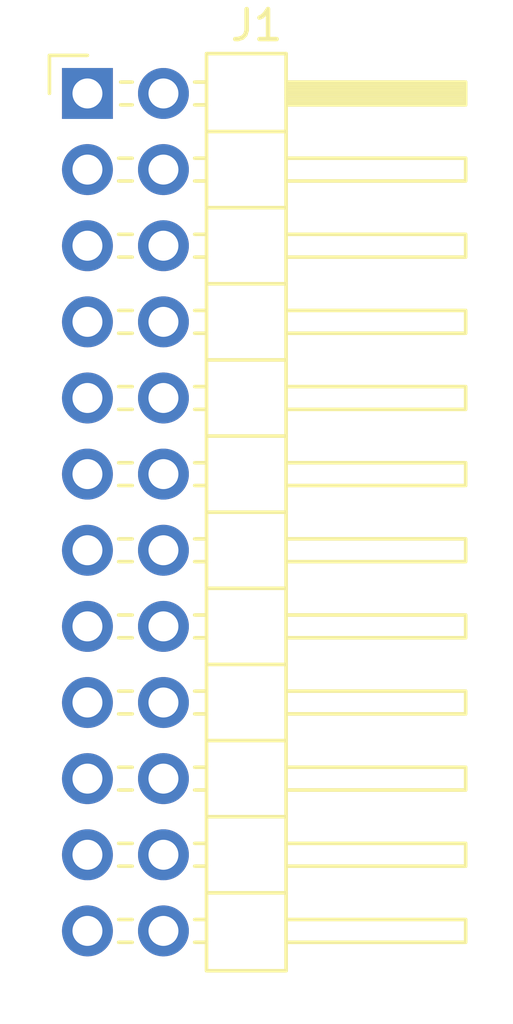
<source format=kicad_pcb>
(kicad_pcb (version 20240108) (generator "pcbnew") (generator_version "8.0")
  (layers (0 "F.Cu" signal) (31 "B.Cu" signal) (34 "B.Paste" user) (35 "F.Paste" user) (36 "B.SilkS" user "B.Silkscreen") (37 "F.SilkS" user "F.Silkscreen") (38 "B.Mask" user) (39 "F.Mask" user) (44 "Edge.Cuts" user))
  (net 0 "")
  (net 1 "/SDA{slash}A4")
  (net 2 "/A0")
  (net 3 "/IN4-")
  (net 4 "/IN1-")
  (net 5 "/IN3+")
  (net 6 "/IN1+")
  (net 7 "/IN3-")
  (net 8 "/SCL{slash}A5")
  (net 9 "/IN6-")
  (net 10 "/IN6+")
  (net 11 "/IN2+")
  (net 12 "GND")
  (net 13 "+5V")
  (net 14 "/IN5+")
  (net 15 "/IN0+")
  (net 16 "/IN5-")
  (net 17 "/IN2-")
  (net 18 "/IN7+")
  (net 19 "/IN0-")
  (net 20 "/IN7-")
  (net 21 "/IN4+")
  (footprint "Connector_PinHeader_2.54mm:PinHeader_2x12_P2.54mm_Horizontal" (layer "F.Cu") (at 92.2 100.71)
    (property "Reference" "J1" (at 5.655 -2.27 0) (layer "F.SilkS"))
    (property "Value" "Conn_02x12_Odd_Even")
    (fp_line (start -1.27 -1.27) (end 0 -1.27) (stroke (width 0.12)) (layer "F.SilkS"))
    (fp_line (start -1.27 0) (end -1.27 -1.27) (stroke (width 0.12)) (layer "F.SilkS"))
    (fp_line (start 1.042929 2.16) (end 1.497071 2.16) (stroke (width 0.12)) (layer "F.SilkS"))
    (fp_line (start 1.042929 2.92) (end 1.497071 2.92) (stroke (width 0.12)) (layer "F.SilkS"))
    (fp_line (start 1.042929 4.7) (end 1.497071 4.7) (stroke (width 0.12)) (layer "F.SilkS"))
    (fp_line (start 1.042929 5.46) (end 1.497071 5.46) (stroke (width 0.12)) (layer "F.SilkS"))
    (fp_line (start 1.042929 7.24) (end 1.497071 7.24) (stroke (width 0.12)) (layer "F.SilkS"))
    (fp_line (start 1.042929 8) (end 1.497071 8) (stroke (width 0.12)) (layer "F.SilkS"))
    (fp_line (start 1.042929 9.78) (end 1.497071 9.78) (stroke (width 0.12)) (layer "F.SilkS"))
    (fp_line (start 1.042929 10.54) (end 1.497071 10.54) (stroke (width 0.12)) (layer "F.SilkS"))
    (fp_line (start 1.042929 12.32) (end 1.497071 12.32) (stroke (width 0.12)) (layer "F.SilkS"))
    (fp_line (start 1.042929 13.08) (end 1.497071 13.08) (stroke (width 0.12)) (layer "F.SilkS"))
    (fp_line (start 1.042929 14.86) (end 1.497071 14.86) (stroke (width 0.12)) (layer "F.SilkS"))
    (fp_line (start 1.042929 15.62) (end 1.497071 15.62) (stroke (width 0.12)) (layer "F.SilkS"))
    (fp_line (start 1.042929 17.4) (end 1.497071 17.4) (stroke (width 0.12)) (layer "F.SilkS"))
    (fp_line (start 1.042929 18.16) (end 1.497071 18.16) (stroke (width 0.12)) (layer "F.SilkS"))
    (fp_line (start 1.042929 19.94) (end 1.497071 19.94) (stroke (width 0.12)) (layer "F.SilkS"))
    (fp_line (start 1.042929 20.7) (end 1.497071 20.7) (stroke (width 0.12)) (layer "F.SilkS"))
    (fp_line (start 1.042929 22.48) (end 1.497071 22.48) (stroke (width 0.12)) (layer "F.SilkS"))
    (fp_line (start 1.042929 23.24) (end 1.497071 23.24) (stroke (width 0.12)) (layer "F.SilkS"))
    (fp_line (start 1.042929 25.02) (end 1.497071 25.02) (stroke (width 0.12)) (layer "F.SilkS"))
    (fp_line (start 1.042929 25.78) (end 1.497071 25.78) (stroke (width 0.12)) (layer "F.SilkS"))
    (fp_line (start 1.042929 27.56) (end 1.497071 27.56) (stroke (width 0.12)) (layer "F.SilkS"))
    (fp_line (start 1.042929 28.32) (end 1.497071 28.32) (stroke (width 0.12)) (layer "F.SilkS"))
    (fp_line (start 1.11 -0.38) (end 1.497071 -0.38) (stroke (width 0.12)) (layer "F.SilkS"))
    (fp_line (start 1.11 0.38) (end 1.497071 0.38) (stroke (width 0.12)) (layer "F.SilkS"))
    (fp_line (start 3.582929 -0.38) (end 3.98 -0.38) (stroke (width 0.12)) (layer "F.SilkS"))
    (fp_line (start 3.582929 0.38) (end 3.98 0.38) (stroke (width 0.12)) (layer "F.SilkS"))
    (fp_line (start 3.582929 2.16) (end 3.98 2.16) (stroke (width 0.12)) (layer "F.SilkS"))
    (fp_line (start 3.582929 2.92) (end 3.98 2.92) (stroke (width 0.12)) (layer "F.SilkS"))
    (fp_line (start 3.582929 4.7) (end 3.98 4.7) (stroke (width 0.12)) (layer "F.SilkS"))
    (fp_line (start 3.582929 5.46) (end 3.98 5.46) (stroke (width 0.12)) (layer "F.SilkS"))
    (fp_line (start 3.582929 7.24) (end 3.98 7.24) (stroke (width 0.12)) (layer "F.SilkS"))
    (fp_line (start 3.582929 8) (end 3.98 8) (stroke (width 0.12)) (layer "F.SilkS"))
    (fp_line (start 3.582929 9.78) (end 3.98 9.78) (stroke (width 0.12)) (layer "F.SilkS"))
    (fp_line (start 3.582929 10.54) (end 3.98 10.54) (stroke (width 0.12)) (layer "F.SilkS"))
    (fp_line (start 3.582929 12.32) (end 3.98 12.32) (stroke (width 0.12)) (layer "F.SilkS"))
    (fp_line (start 3.582929 13.08) (end 3.98 13.08) (stroke (width 0.12)) (layer "F.SilkS"))
    (fp_line (start 3.582929 14.86) (end 3.98 14.86) (stroke (width 0.12)) (layer "F.SilkS"))
    (fp_line (start 3.582929 15.62) (end 3.98 15.62) (stroke (width 0.12)) (layer "F.SilkS"))
    (fp_line (start 3.582929 17.4) (end 3.98 17.4) (stroke (width 0.12)) (layer "F.SilkS"))
    (fp_line (start 3.582929 18.16) (end 3.98 18.16) (stroke (width 0.12)) (layer "F.SilkS"))
    (fp_line (start 3.582929 19.94) (end 3.98 19.94) (stroke (width 0.12)) (layer "F.SilkS"))
    (fp_line (start 3.582929 20.7) (end 3.98 20.7) (stroke (width 0.12)) (layer "F.SilkS"))
    (fp_line (start 3.582929 22.48) (end 3.98 22.48) (stroke (width 0.12)) (layer "F.SilkS"))
    (fp_line (start 3.582929 23.24) (end 3.98 23.24) (stroke (width 0.12)) (layer "F.SilkS"))
    (fp_line (start 3.582929 25.02) (end 3.98 25.02) (stroke (width 0.12)) (layer "F.SilkS"))
    (fp_line (start 3.582929 25.78) (end 3.98 25.78) (stroke (width 0.12)) (layer "F.SilkS"))
    (fp_line (start 3.582929 27.56) (end 3.98 27.56) (stroke (width 0.12)) (layer "F.SilkS"))
    (fp_line (start 3.582929 28.32) (end 3.98 28.32) (stroke (width 0.12)) (layer "F.SilkS"))
    (fp_line (start 3.98 -1.33) (end 3.98 29.27) (stroke (width 0.12)) (layer "F.SilkS"))
    (fp_line (start 3.98 1.27) (end 6.64 1.27) (stroke (width 0.12)) (layer "F.SilkS"))
    (fp_line (start 3.98 3.81) (end 6.64 3.81) (stroke (width 0.12)) (layer "F.SilkS"))
    (fp_line (start 3.98 6.35) (end 6.64 6.35) (stroke (width 0.12)) (layer "F.SilkS"))
    (fp_line (start 3.98 8.89) (end 6.64 8.89) (stroke (width 0.12)) (layer "F.SilkS"))
    (fp_line (start 3.98 11.43) (end 6.64 11.43) (stroke (width 0.12)) (layer "F.SilkS"))
    (fp_line (start 3.98 13.97) (end 6.64 13.97) (stroke (width 0.12)) (layer "F.SilkS"))
    (fp_line (start 3.98 16.51) (end 6.64 16.51) (stroke (width 0.12)) (layer "F.SilkS"))
    (fp_line (start 3.98 19.05) (end 6.64 19.05) (stroke (width 0.12)) (layer "F.SilkS"))
    (fp_line (start 3.98 21.59) (end 6.64 21.59) (stroke (width 0.12)) (layer "F.SilkS"))
    (fp_line (start 3.98 24.13) (end 6.64 24.13) (stroke (width 0.12)) (layer "F.SilkS"))
    (fp_line (start 3.98 26.67) (end 6.64 26.67) (stroke (width 0.12)) (layer "F.SilkS"))
    (fp_line (start 3.98 29.27) (end 6.64 29.27) (stroke (width 0.12)) (layer "F.SilkS"))
    (fp_line (start 6.64 -1.33) (end 3.98 -1.33) (stroke (width 0.12)) (layer "F.SilkS"))
    (fp_line (start 6.64 -0.38) (end 12.64 -0.38) (stroke (width 0.12)) (layer "F.SilkS"))
    (fp_line (start 6.64 -0.32) (end 12.64 -0.32) (stroke (width 0.12)) (layer "F.SilkS"))
    (fp_line (start 6.64 -0.2) (end 12.64 -0.2) (stroke (width 0.12)) (layer "F.SilkS"))
    (fp_line (start 6.64 -0.08) (end 12.64 -0.08) (stroke (width 0.12)) (layer "F.SilkS"))
    (fp_line (start 6.64 0.04) (end 12.64 0.04) (stroke (width 0.12)) (layer "F.SilkS"))
    (fp_line (start 6.64 0.16) (end 12.64 0.16) (stroke (width 0.12)) (layer "F.SilkS"))
    (fp_line (start 6.64 0.28) (end 12.64 0.28) (stroke (width 0.12)) (layer "F.SilkS"))
    (fp_line (start 6.64 2.16) (end 12.64 2.16) (stroke (width 0.12)) (layer "F.SilkS"))
    (fp_line (start 6.64 4.7) (end 12.64 4.7) (stroke (width 0.12)) (layer "F.SilkS"))
    (fp_line (start 6.64 7.24) (end 12.64 7.24) (stroke (width 0.12)) (layer "F.SilkS"))
    (fp_line (start 6.64 9.78) (end 12.64 9.78) (stroke (width 0.12)) (layer "F.SilkS"))
    (fp_line (start 6.64 12.32) (end 12.64 12.32) (stroke (width 0.12)) (layer "F.SilkS"))
    (fp_line (start 6.64 14.86) (end 12.64 14.86) (stroke (width 0.12)) (layer "F.SilkS"))
    (fp_line (start 6.64 17.4) (end 12.64 17.4) (stroke (width 0.12)) (layer "F.SilkS"))
    (fp_line (start 6.64 19.94) (end 12.64 19.94) (stroke (width 0.12)) (layer "F.SilkS"))
    (fp_line (start 6.64 22.48) (end 12.64 22.48) (stroke (width 0.12)) (layer "F.SilkS"))
    (fp_line (start 6.64 25.02) (end 12.64 25.02) (stroke (width 0.12)) (layer "F.SilkS"))
    (fp_line (start 6.64 27.56) (end 12.64 27.56) (stroke (width 0.12)) (layer "F.SilkS"))
    (fp_line (start 6.64 29.27) (end 6.64 -1.33) (stroke (width 0.12)) (layer "F.SilkS"))
    (fp_line (start 12.64 -0.38) (end 12.64 0.38) (stroke (width 0.12)) (layer "F.SilkS"))
    (fp_line (start 12.64 0.38) (end 6.64 0.38) (stroke (width 0.12)) (layer "F.SilkS"))
    (fp_line (start 12.64 2.16) (end 12.64 2.92) (stroke (width 0.12)) (layer "F.SilkS"))
    (fp_line (start 12.64 2.92) (end 6.64 2.92) (stroke (width 0.12)) (layer "F.SilkS"))
    (fp_line (start 12.64 4.7) (end 12.64 5.46) (stroke (width 0.12)) (layer "F.SilkS"))
    (fp_line (start 12.64 5.46) (end 6.64 5.46) (stroke (width 0.12)) (layer "F.SilkS"))
    (fp_line (start 12.64 7.24) (end 12.64 8) (stroke (width 0.12)) (layer "F.SilkS"))
    (fp_line (start 12.64 8) (end 6.64 8) (stroke (width 0.12)) (layer "F.SilkS"))
    (fp_line (start 12.64 9.78) (end 12.64 10.54) (stroke (width 0.12)) (layer "F.SilkS"))
    (fp_line (start 12.64 10.54) (end 6.64 10.54) (stroke (width 0.12)) (layer "F.SilkS"))
    (fp_line (start 12.64 12.32) (end 12.64 13.08) (stroke (width 0.12)) (layer "F.SilkS"))
    (fp_line (start 12.64 13.08) (end 6.64 13.08) (stroke (width 0.12)) (layer "F.SilkS"))
    (fp_line (start 12.64 14.86) (end 12.64 15.62) (stroke (width 0.12)) (layer "F.SilkS"))
    (fp_line (start 12.64 15.62) (end 6.64 15.62) (stroke (width 0.12)) (layer "F.SilkS"))
    (fp_line (start 12.64 17.4) (end 12.64 18.16) (stroke (width 0.12)) (layer "F.SilkS"))
    (fp_line (start 12.64 18.16) (end 6.64 18.16) (stroke (width 0.12)) (layer "F.SilkS"))
    (fp_line (start 12.64 19.94) (end 12.64 20.7) (stroke (width 0.12)) (layer "F.SilkS"))
    (fp_line (start 12.64 20.7) (end 6.64 20.7) (stroke (width 0.12)) (layer "F.SilkS"))
    (fp_line (start 12.64 22.48) (end 12.64 23.24) (stroke (width 0.12)) (layer "F.SilkS"))
    (fp_line (start 12.64 23.24) (end 6.64 23.24) (stroke (width 0.12)) (layer "F.SilkS"))
    (fp_line (start 12.64 25.02) (end 12.64 25.78) (stroke (width 0.12)) (layer "F.SilkS"))
    (fp_line (start 12.64 25.78) (end 6.64 25.78) (stroke (width 0.12)) (layer "F.SilkS"))
    (fp_line (start 12.64 27.56) (end 12.64 28.32) (stroke (width 0.12)) (layer "F.SilkS"))
    (fp_line (start 12.64 28.32) (end 6.64 28.32) (stroke (width 0.12)) (layer "F.SilkS"))
    (pad "1" thru_hole rect (at 0 0) (size 1.7 1.7) (drill 1) (layers "*.Cu" "*.Mask") (net 1 "/SDA{slash}A4"))
    (pad "2" thru_hole oval (at 2.54 0) (size 1.7 1.7) (drill 1) (layers "*.Cu" "*.Mask") (net 8 "/SCL{slash}A5"))
    (pad "3" thru_hole oval (at 0 2.54) (size 1.7 1.7) (drill 1) (layers "*.Cu" "*.Mask") (net 12 "GND"))
    (pad "4" thru_hole oval (at 2.54 2.54) (size 1.7 1.7) (drill 1) (layers "*.Cu" "*.Mask") (net 12 "GND"))
    (pad "5" thru_hole oval (at 0 5.08) (size 1.7 1.7) (drill 1) (layers "*.Cu" "*.Mask") (net 15 "/IN0+"))
    (pad "6" thru_hole oval (at 2.54 5.08) (size 1.7 1.7) (drill 1) (layers "*.Cu" "*.Mask") (net 19 "/IN0-"))
    (pad "7" thru_hole oval (at 0 7.62) (size 1.7 1.7) (drill 1) (layers "*.Cu" "*.Mask") (net 4 "/IN1-"))
    (pad "8" thru_hole oval (at 2.54 7.62) (size 1.7 1.7) (drill 1) (layers "*.Cu" "*.Mask") (net 6 "/IN1+"))
    (pad "9" thru_hole oval (at 0 10.16) (size 1.7 1.7) (drill 1) (layers "*.Cu" "*.Mask") (net 11 "/IN2+"))
    (pad "10" thru_hole oval (at 2.54 10.16) (size 1.7 1.7) (drill 1) (layers "*.Cu" "*.Mask") (net 17 "/IN2-"))
    (pad "11" thru_hole oval (at 0 12.7) (size 1.7 1.7) (drill 1) (layers "*.Cu" "*.Mask") (net 7 "/IN3-"))
    (pad "12" thru_hole oval (at 2.54 12.7) (size 1.7 1.7) (drill 1) (layers "*.Cu" "*.Mask") (net 5 "/IN3+"))
    (pad "13" thru_hole oval (at 0 15.24) (size 1.7 1.7) (drill 1) (layers "*.Cu" "*.Mask") (net 21 "/IN4+"))
    (pad "14" thru_hole oval (at 2.54 15.24) (size 1.7 1.7) (drill 1) (layers "*.Cu" "*.Mask") (net 3 "/IN4-"))
    (pad "15" thru_hole oval (at 0 17.78) (size 1.7 1.7) (drill 1) (layers "*.Cu" "*.Mask") (net 16 "/IN5-"))
    (pad "16" thru_hole oval (at 2.54 17.78) (size 1.7 1.7) (drill 1) (layers "*.Cu" "*.Mask") (net 14 "/IN5+"))
    (pad "17" thru_hole oval (at 0 20.32) (size 1.7 1.7) (drill 1) (layers "*.Cu" "*.Mask") (net 10 "/IN6+"))
    (pad "18" thru_hole oval (at 2.54 20.32) (size 1.7 1.7) (drill 1) (layers "*.Cu" "*.Mask") (net 9 "/IN6-"))
    (pad "19" thru_hole oval (at 0 22.86) (size 1.7 1.7) (drill 1) (layers "*.Cu" "*.Mask") (net 20 "/IN7-"))
    (pad "20" thru_hole oval (at 2.54 22.86) (size 1.7 1.7) (drill 1) (layers "*.Cu" "*.Mask") (net 18 "/IN7+"))
    (pad "21" thru_hole oval (at 0 25.4) (size 1.7 1.7) (drill 1) (layers "*.Cu" "*.Mask") (net 12 "GND"))
    (pad "22" thru_hole oval (at 2.54 25.4) (size 1.7 1.7) (drill 1) (layers "*.Cu" "*.Mask") (net 12 "GND"))
    (pad "23" thru_hole oval (at 0 27.94) (size 1.7 1.7) (drill 1) (layers "*.Cu" "*.Mask") (net 2 "/A0"))
    (pad "24" thru_hole oval (at 2.54 27.94) (size 1.7 1.7) (drill 1) (layers "*.Cu" "*.Mask") (net 13 "+5V"))
  )
)
</source>
